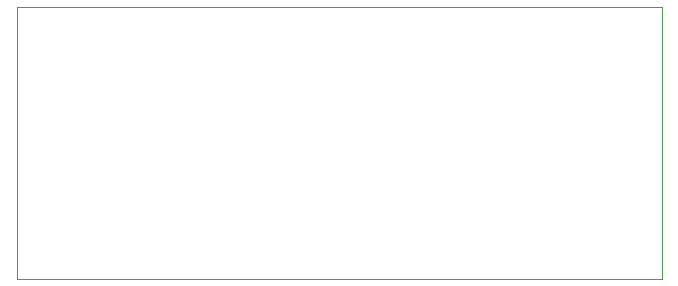
<source format=gbr>
%TF.GenerationSoftware,KiCad,Pcbnew,7.0.2*%
%TF.CreationDate,2023-05-07T16:18:05+12:00*%
%TF.ProjectId,KicadCapBoard,4b696361-6443-4617-9042-6f6172642e6b,A*%
%TF.SameCoordinates,Original*%
%TF.FileFunction,Profile,NP*%
%FSLAX46Y46*%
G04 Gerber Fmt 4.6, Leading zero omitted, Abs format (unit mm)*
G04 Created by KiCad (PCBNEW 7.0.2) date 2023-05-07 16:18:05*
%MOMM*%
%LPD*%
G01*
G04 APERTURE LIST*
%TA.AperFunction,Profile*%
%ADD10C,0.100000*%
%TD*%
G04 APERTURE END LIST*
D10*
X100000000Y-75000000D02*
X154600000Y-75000000D01*
X154600000Y-98000000D01*
X100000000Y-98000000D01*
X100000000Y-75000000D01*
M02*

</source>
